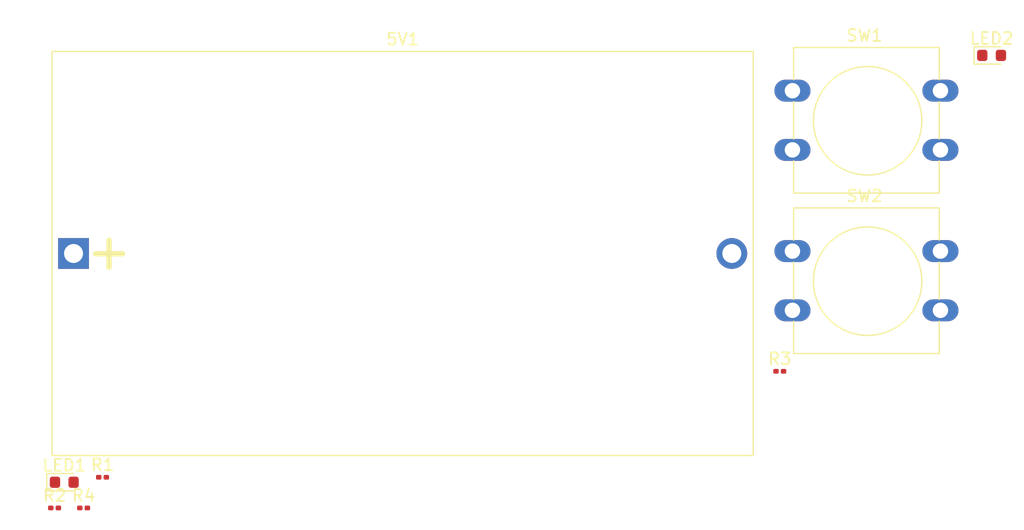
<source format=kicad_pcb>
(kicad_pcb (version 20171130) (host pcbnew 5.1.9+dfsg1-1+deb11u1)

  (general
    (thickness 1.6)
    (drawings 1)
    (tracks 0)
    (zones 0)
    (modules 9)
    (nets 11)
  )

  (page A4)
  (layers
    (0 F.Cu signal)
    (31 B.Cu signal)
    (32 B.Adhes user)
    (33 F.Adhes user)
    (34 B.Paste user)
    (35 F.Paste user)
    (36 B.SilkS user)
    (37 F.SilkS user)
    (38 B.Mask user)
    (39 F.Mask user)
    (40 Dwgs.User user)
    (41 Cmts.User user)
    (42 Eco1.User user)
    (43 Eco2.User user)
    (44 Edge.Cuts user)
    (45 Margin user)
    (46 B.CrtYd user)
    (47 F.CrtYd user)
    (48 B.Fab user)
    (49 F.Fab user)
  )

  (setup
    (last_trace_width 0.25)
    (trace_clearance 0.2)
    (zone_clearance 0.508)
    (zone_45_only no)
    (trace_min 0.2)
    (via_size 0.8)
    (via_drill 0.4)
    (via_min_size 0.4)
    (via_min_drill 0.3)
    (uvia_size 0.3)
    (uvia_drill 0.1)
    (uvias_allowed no)
    (uvia_min_size 0.2)
    (uvia_min_drill 0.1)
    (edge_width 0.05)
    (segment_width 0.2)
    (pcb_text_width 0.3)
    (pcb_text_size 1.5 1.5)
    (mod_edge_width 0.12)
    (mod_text_size 1 1)
    (mod_text_width 0.15)
    (pad_size 1.524 1.524)
    (pad_drill 0.762)
    (pad_to_mask_clearance 0)
    (aux_axis_origin 0 0)
    (visible_elements FFFFFF7F)
    (pcbplotparams
      (layerselection 0x010fc_ffffffff)
      (usegerberextensions false)
      (usegerberattributes true)
      (usegerberadvancedattributes true)
      (creategerberjobfile true)
      (excludeedgelayer true)
      (linewidth 0.100000)
      (plotframeref false)
      (viasonmask false)
      (mode 1)
      (useauxorigin false)
      (hpglpennumber 1)
      (hpglpenspeed 20)
      (hpglpendiameter 15.000000)
      (psnegative false)
      (psa4output false)
      (plotreference true)
      (plotvalue true)
      (plotinvisibletext false)
      (padsonsilk false)
      (subtractmaskfromsilk false)
      (outputformat 1)
      (mirror false)
      (drillshape 1)
      (scaleselection 1)
      (outputdirectory ""))
  )

  (net 0 "")
  (net 1 "Net-(5V1-Pad2)")
  (net 2 "Net-(5V1-Pad1)")
  (net 3 "Net-(LED1-Pad1)")
  (net 4 "Net-(LED1-Pad2)")
  (net 5 "Net-(LED2-Pad2)")
  (net 6 "Net-(LED2-Pad1)")
  (net 7 "Net-(R1-Pad2)")
  (net 8 "Net-(R2-Pad2)")
  (net 9 "Net-(R2-Pad1)")
  (net 10 "Net-(R4-Pad2)")

  (net_class Default "This is the default net class."
    (clearance 0.2)
    (trace_width 0.25)
    (via_dia 0.8)
    (via_drill 0.4)
    (uvia_dia 0.3)
    (uvia_drill 0.1)
    (add_net "Net-(5V1-Pad1)")
    (add_net "Net-(5V1-Pad2)")
    (add_net "Net-(LED1-Pad1)")
    (add_net "Net-(LED1-Pad2)")
    (add_net "Net-(LED2-Pad1)")
    (add_net "Net-(LED2-Pad2)")
    (add_net "Net-(R1-Pad2)")
    (add_net "Net-(R2-Pad1)")
    (add_net "Net-(R2-Pad2)")
    (add_net "Net-(R4-Pad2)")
  )

  (module Battery:BatteryHolder_Bulgin_BX0036_1xC (layer F.Cu) (tedit 5C0C1564) (tstamp 653A1802)
    (at 46.775001 101.345001)
    (descr "Bulgin Battery Holder, BX0036, Battery Type C (https://www.bulgin.com/products/pub/media/bulgin/data/Battery_holders.pdf)")
    (tags "Bulgin BX0036")
    (path /652FF3DC)
    (fp_text reference 5V1 (at 27.8 -18.1) (layer F.SilkS)
      (effects (font (size 1 1) (thickness 0.15)))
    )
    (fp_text value Battery (at 27.8 1) (layer F.Fab)
      (effects (font (size 1 1) (thickness 0.15)))
    )
    (fp_line (start -1.81 17.06) (end 57.41 17.06) (layer F.SilkS) (width 0.12))
    (fp_line (start -1.81 -17.06) (end 57.41 -17.06) (layer F.SilkS) (width 0.12))
    (fp_line (start 57.41 -17.06) (end 57.41 17.06) (layer F.SilkS) (width 0.12))
    (fp_line (start -1.81 -17.06) (end -1.81 17.06) (layer F.SilkS) (width 0.12))
    (fp_line (start -2.3 17.5) (end -2.3 -17.5) (layer F.CrtYd) (width 0.05))
    (fp_line (start 57.9 17.5) (end -2.3 17.5) (layer F.CrtYd) (width 0.05))
    (fp_line (start 57.9 -17.5) (end 57.9 17.5) (layer F.CrtYd) (width 0.05))
    (fp_line (start -2.3 -17.5) (end 57.9 -17.5) (layer F.CrtYd) (width 0.05))
    (fp_line (start -1.75 -17) (end 57.35 -17) (layer F.Fab) (width 0.1))
    (fp_line (start 57.35 -17) (end 57.35 17) (layer F.Fab) (width 0.1))
    (fp_line (start 57.35 17) (end -1.75 17) (layer F.Fab) (width 0.1))
    (fp_line (start -1.75 17) (end -1.75 -17) (layer F.Fab) (width 0.1))
    (fp_text user + (at 3 -0.2) (layer F.SilkS)
      (effects (font (size 3 3) (thickness 0.45)))
    )
    (fp_text user %R (at 27.8 -1) (layer F.Fab)
      (effects (font (size 1 1) (thickness 0.1)))
    )
    (pad 2 thru_hole circle (at 55.6 0) (size 2.6 2.6) (drill 1.6) (layers *.Cu *.Mask)
      (net 1 "Net-(5V1-Pad2)"))
    (pad 1 thru_hole rect (at 0 0) (size 2.6 2.6) (drill 1.6) (layers *.Cu *.Mask)
      (net 2 "Net-(5V1-Pad1)"))
    (pad "" np_thru_hole circle (at 11.9 0) (size 3.8 3.8) (drill 3.8) (layers *.Cu *.Mask))
    (pad "" np_thru_hole circle (at 43.7 0) (size 3.8 3.8) (drill 3.8) (layers *.Cu *.Mask))
    (model ${KISYS3DMOD}/Battery.3dshapes/BatteryHolder_Bulgin_BX0036_1xC.wrl
      (at (xyz 0 0 0))
      (scale (xyz 1 1 1))
      (rotate (xyz 0 0 0))
    )
  )

  (module LED_SMD:LED_0603_1608Metric (layer F.Cu) (tedit 5F68FEF1) (tstamp 653A1815)
    (at 45.995001 120.665001)
    (descr "LED SMD 0603 (1608 Metric), square (rectangular) end terminal, IPC_7351 nominal, (Body size source: http://www.tortai-tech.com/upload/download/2011102023233369053.pdf), generated with kicad-footprint-generator")
    (tags LED)
    (path /652FF3E2)
    (attr smd)
    (fp_text reference LED1 (at 0 -1.43) (layer F.SilkS)
      (effects (font (size 1 1) (thickness 0.15)))
    )
    (fp_text value RED (at 0 1.43) (layer F.Fab)
      (effects (font (size 1 1) (thickness 0.15)))
    )
    (fp_line (start 1.48 0.73) (end -1.48 0.73) (layer F.CrtYd) (width 0.05))
    (fp_line (start 1.48 -0.73) (end 1.48 0.73) (layer F.CrtYd) (width 0.05))
    (fp_line (start -1.48 -0.73) (end 1.48 -0.73) (layer F.CrtYd) (width 0.05))
    (fp_line (start -1.48 0.73) (end -1.48 -0.73) (layer F.CrtYd) (width 0.05))
    (fp_line (start -1.485 0.735) (end 0.8 0.735) (layer F.SilkS) (width 0.12))
    (fp_line (start -1.485 -0.735) (end -1.485 0.735) (layer F.SilkS) (width 0.12))
    (fp_line (start 0.8 -0.735) (end -1.485 -0.735) (layer F.SilkS) (width 0.12))
    (fp_line (start 0.8 0.4) (end 0.8 -0.4) (layer F.Fab) (width 0.1))
    (fp_line (start -0.8 0.4) (end 0.8 0.4) (layer F.Fab) (width 0.1))
    (fp_line (start -0.8 -0.1) (end -0.8 0.4) (layer F.Fab) (width 0.1))
    (fp_line (start -0.5 -0.4) (end -0.8 -0.1) (layer F.Fab) (width 0.1))
    (fp_line (start 0.8 -0.4) (end -0.5 -0.4) (layer F.Fab) (width 0.1))
    (fp_text user %R (at 0 0) (layer F.Fab)
      (effects (font (size 0.4 0.4) (thickness 0.06)))
    )
    (pad 1 smd roundrect (at -0.7875 0) (size 0.875 0.95) (layers F.Cu F.Paste F.Mask) (roundrect_rratio 0.25)
      (net 3 "Net-(LED1-Pad1)"))
    (pad 2 smd roundrect (at 0.7875 0) (size 0.875 0.95) (layers F.Cu F.Paste F.Mask) (roundrect_rratio 0.25)
      (net 4 "Net-(LED1-Pad2)"))
    (model ${KISYS3DMOD}/LED_SMD.3dshapes/LED_0603_1608Metric.wrl
      (at (xyz 0 0 0))
      (scale (xyz 1 1 1))
      (rotate (xyz 0 0 0))
    )
  )

  (module LED_SMD:LED_0603_1608Metric (layer F.Cu) (tedit 5F68FEF1) (tstamp 653A1828)
    (at 124.315001 84.615001)
    (descr "LED SMD 0603 (1608 Metric), square (rectangular) end terminal, IPC_7351 nominal, (Body size source: http://www.tortai-tech.com/upload/download/2011102023233369053.pdf), generated with kicad-footprint-generator")
    (tags LED)
    (path /6541F3B9)
    (attr smd)
    (fp_text reference LED2 (at 0 -1.43) (layer F.SilkS)
      (effects (font (size 1 1) (thickness 0.15)))
    )
    (fp_text value BLUE (at 0 1.43) (layer F.Fab)
      (effects (font (size 1 1) (thickness 0.15)))
    )
    (fp_text user %R (at 0 0) (layer F.Fab)
      (effects (font (size 0.4 0.4) (thickness 0.06)))
    )
    (fp_line (start 0.8 -0.4) (end -0.5 -0.4) (layer F.Fab) (width 0.1))
    (fp_line (start -0.5 -0.4) (end -0.8 -0.1) (layer F.Fab) (width 0.1))
    (fp_line (start -0.8 -0.1) (end -0.8 0.4) (layer F.Fab) (width 0.1))
    (fp_line (start -0.8 0.4) (end 0.8 0.4) (layer F.Fab) (width 0.1))
    (fp_line (start 0.8 0.4) (end 0.8 -0.4) (layer F.Fab) (width 0.1))
    (fp_line (start 0.8 -0.735) (end -1.485 -0.735) (layer F.SilkS) (width 0.12))
    (fp_line (start -1.485 -0.735) (end -1.485 0.735) (layer F.SilkS) (width 0.12))
    (fp_line (start -1.485 0.735) (end 0.8 0.735) (layer F.SilkS) (width 0.12))
    (fp_line (start -1.48 0.73) (end -1.48 -0.73) (layer F.CrtYd) (width 0.05))
    (fp_line (start -1.48 -0.73) (end 1.48 -0.73) (layer F.CrtYd) (width 0.05))
    (fp_line (start 1.48 -0.73) (end 1.48 0.73) (layer F.CrtYd) (width 0.05))
    (fp_line (start 1.48 0.73) (end -1.48 0.73) (layer F.CrtYd) (width 0.05))
    (pad 2 smd roundrect (at 0.7875 0) (size 0.875 0.95) (layers F.Cu F.Paste F.Mask) (roundrect_rratio 0.25)
      (net 5 "Net-(LED2-Pad2)"))
    (pad 1 smd roundrect (at -0.7875 0) (size 0.875 0.95) (layers F.Cu F.Paste F.Mask) (roundrect_rratio 0.25)
      (net 6 "Net-(LED2-Pad1)"))
    (model ${KISYS3DMOD}/LED_SMD.3dshapes/LED_0603_1608Metric.wrl
      (at (xyz 0 0 0))
      (scale (xyz 1 1 1))
      (rotate (xyz 0 0 0))
    )
  )

  (module Resistor_SMD:R_0201_0603Metric (layer F.Cu) (tedit 5F68FEEE) (tstamp 653A1839)
    (at 49.225001 120.245001)
    (descr "Resistor SMD 0201 (0603 Metric), square (rectangular) end terminal, IPC_7351 nominal, (Body size source: https://www.vishay.com/docs/20052/crcw0201e3.pdf), generated with kicad-footprint-generator")
    (tags resistor)
    (path /653C2738)
    (attr smd)
    (fp_text reference R1 (at 0 -1.05) (layer F.SilkS)
      (effects (font (size 1 1) (thickness 0.15)))
    )
    (fp_text value 220Ω (at 0 1.05) (layer F.Fab)
      (effects (font (size 1 1) (thickness 0.15)))
    )
    (fp_line (start 0.7 0.35) (end -0.7 0.35) (layer F.CrtYd) (width 0.05))
    (fp_line (start 0.7 -0.35) (end 0.7 0.35) (layer F.CrtYd) (width 0.05))
    (fp_line (start -0.7 -0.35) (end 0.7 -0.35) (layer F.CrtYd) (width 0.05))
    (fp_line (start -0.7 0.35) (end -0.7 -0.35) (layer F.CrtYd) (width 0.05))
    (fp_line (start 0.3 0.15) (end -0.3 0.15) (layer F.Fab) (width 0.1))
    (fp_line (start 0.3 -0.15) (end 0.3 0.15) (layer F.Fab) (width 0.1))
    (fp_line (start -0.3 -0.15) (end 0.3 -0.15) (layer F.Fab) (width 0.1))
    (fp_line (start -0.3 0.15) (end -0.3 -0.15) (layer F.Fab) (width 0.1))
    (fp_text user %R (at 0 -0.68) (layer F.Fab)
      (effects (font (size 0.25 0.25) (thickness 0.04)))
    )
    (pad "" smd roundrect (at -0.345 0) (size 0.318 0.36) (layers F.Paste) (roundrect_rratio 0.25))
    (pad "" smd roundrect (at 0.345 0) (size 0.318 0.36) (layers F.Paste) (roundrect_rratio 0.25))
    (pad 1 smd roundrect (at -0.32 0) (size 0.46 0.4) (layers F.Cu F.Mask) (roundrect_rratio 0.25)
      (net 1 "Net-(5V1-Pad2)"))
    (pad 2 smd roundrect (at 0.32 0) (size 0.46 0.4) (layers F.Cu F.Mask) (roundrect_rratio 0.25)
      (net 7 "Net-(R1-Pad2)"))
    (model ${KISYS3DMOD}/Resistor_SMD.3dshapes/R_0201_0603Metric.wrl
      (at (xyz 0 0 0))
      (scale (xyz 1 1 1))
      (rotate (xyz 0 0 0))
    )
  )

  (module Resistor_SMD:R_0201_0603Metric (layer F.Cu) (tedit 5F68FEEE) (tstamp 653A184A)
    (at 45.175001 122.835001)
    (descr "Resistor SMD 0201 (0603 Metric), square (rectangular) end terminal, IPC_7351 nominal, (Body size source: https://www.vishay.com/docs/20052/crcw0201e3.pdf), generated with kicad-footprint-generator")
    (tags resistor)
    (path /6545F7F5)
    (attr smd)
    (fp_text reference R2 (at 0 -1.05) (layer F.SilkS)
      (effects (font (size 1 1) (thickness 0.15)))
    )
    (fp_text value 220Ω (at 0 1.05) (layer F.Fab)
      (effects (font (size 1 1) (thickness 0.15)))
    )
    (fp_text user %R (at 0 -0.68) (layer F.Fab)
      (effects (font (size 0.25 0.25) (thickness 0.04)))
    )
    (fp_line (start -0.3 0.15) (end -0.3 -0.15) (layer F.Fab) (width 0.1))
    (fp_line (start -0.3 -0.15) (end 0.3 -0.15) (layer F.Fab) (width 0.1))
    (fp_line (start 0.3 -0.15) (end 0.3 0.15) (layer F.Fab) (width 0.1))
    (fp_line (start 0.3 0.15) (end -0.3 0.15) (layer F.Fab) (width 0.1))
    (fp_line (start -0.7 0.35) (end -0.7 -0.35) (layer F.CrtYd) (width 0.05))
    (fp_line (start -0.7 -0.35) (end 0.7 -0.35) (layer F.CrtYd) (width 0.05))
    (fp_line (start 0.7 -0.35) (end 0.7 0.35) (layer F.CrtYd) (width 0.05))
    (fp_line (start 0.7 0.35) (end -0.7 0.35) (layer F.CrtYd) (width 0.05))
    (pad 2 smd roundrect (at 0.32 0) (size 0.46 0.4) (layers F.Cu F.Mask) (roundrect_rratio 0.25)
      (net 8 "Net-(R2-Pad2)"))
    (pad 1 smd roundrect (at -0.32 0) (size 0.46 0.4) (layers F.Cu F.Mask) (roundrect_rratio 0.25)
      (net 9 "Net-(R2-Pad1)"))
    (pad "" smd roundrect (at 0.345 0) (size 0.318 0.36) (layers F.Paste) (roundrect_rratio 0.25))
    (pad "" smd roundrect (at -0.345 0) (size 0.318 0.36) (layers F.Paste) (roundrect_rratio 0.25))
    (model ${KISYS3DMOD}/Resistor_SMD.3dshapes/R_0201_0603Metric.wrl
      (at (xyz 0 0 0))
      (scale (xyz 1 1 1))
      (rotate (xyz 0 0 0))
    )
  )

  (module Resistor_SMD:R_0201_0603Metric (layer F.Cu) (tedit 5F68FEEE) (tstamp 653A185B)
    (at 106.425001 111.295001)
    (descr "Resistor SMD 0201 (0603 Metric), square (rectangular) end terminal, IPC_7351 nominal, (Body size source: https://www.vishay.com/docs/20052/crcw0201e3.pdf), generated with kicad-footprint-generator")
    (tags resistor)
    (path /654618A2)
    (attr smd)
    (fp_text reference R3 (at 0 -1.05) (layer F.SilkS)
      (effects (font (size 1 1) (thickness 0.15)))
    )
    (fp_text value 220Ω (at 0 1.05) (layer F.Fab)
      (effects (font (size 1 1) (thickness 0.15)))
    )
    (fp_line (start 0.7 0.35) (end -0.7 0.35) (layer F.CrtYd) (width 0.05))
    (fp_line (start 0.7 -0.35) (end 0.7 0.35) (layer F.CrtYd) (width 0.05))
    (fp_line (start -0.7 -0.35) (end 0.7 -0.35) (layer F.CrtYd) (width 0.05))
    (fp_line (start -0.7 0.35) (end -0.7 -0.35) (layer F.CrtYd) (width 0.05))
    (fp_line (start 0.3 0.15) (end -0.3 0.15) (layer F.Fab) (width 0.1))
    (fp_line (start 0.3 -0.15) (end 0.3 0.15) (layer F.Fab) (width 0.1))
    (fp_line (start -0.3 -0.15) (end 0.3 -0.15) (layer F.Fab) (width 0.1))
    (fp_line (start -0.3 0.15) (end -0.3 -0.15) (layer F.Fab) (width 0.1))
    (fp_text user %R (at 0 -0.68) (layer F.Fab)
      (effects (font (size 0.25 0.25) (thickness 0.04)))
    )
    (pad "" smd roundrect (at -0.345 0) (size 0.318 0.36) (layers F.Paste) (roundrect_rratio 0.25))
    (pad "" smd roundrect (at 0.345 0) (size 0.318 0.36) (layers F.Paste) (roundrect_rratio 0.25))
    (pad 1 smd roundrect (at -0.32 0) (size 0.46 0.4) (layers F.Cu F.Mask) (roundrect_rratio 0.25)
      (net 6 "Net-(LED2-Pad1)"))
    (pad 2 smd roundrect (at 0.32 0) (size 0.46 0.4) (layers F.Cu F.Mask) (roundrect_rratio 0.25)
      (net 1 "Net-(5V1-Pad2)"))
    (model ${KISYS3DMOD}/Resistor_SMD.3dshapes/R_0201_0603Metric.wrl
      (at (xyz 0 0 0))
      (scale (xyz 1 1 1))
      (rotate (xyz 0 0 0))
    )
  )

  (module Resistor_SMD:R_0201_0603Metric (layer F.Cu) (tedit 5F68FEEE) (tstamp 653A186C)
    (at 47.625001 122.835001)
    (descr "Resistor SMD 0201 (0603 Metric), square (rectangular) end terminal, IPC_7351 nominal, (Body size source: https://www.vishay.com/docs/20052/crcw0201e3.pdf), generated with kicad-footprint-generator")
    (tags resistor)
    (path /65461D3E)
    (attr smd)
    (fp_text reference R4 (at 0 -1.05) (layer F.SilkS)
      (effects (font (size 1 1) (thickness 0.15)))
    )
    (fp_text value 220Ω (at 0 1.05) (layer F.Fab)
      (effects (font (size 1 1) (thickness 0.15)))
    )
    (fp_text user %R (at 0 -0.68) (layer F.Fab)
      (effects (font (size 0.25 0.25) (thickness 0.04)))
    )
    (fp_line (start -0.3 0.15) (end -0.3 -0.15) (layer F.Fab) (width 0.1))
    (fp_line (start -0.3 -0.15) (end 0.3 -0.15) (layer F.Fab) (width 0.1))
    (fp_line (start 0.3 -0.15) (end 0.3 0.15) (layer F.Fab) (width 0.1))
    (fp_line (start 0.3 0.15) (end -0.3 0.15) (layer F.Fab) (width 0.1))
    (fp_line (start -0.7 0.35) (end -0.7 -0.35) (layer F.CrtYd) (width 0.05))
    (fp_line (start -0.7 -0.35) (end 0.7 -0.35) (layer F.CrtYd) (width 0.05))
    (fp_line (start 0.7 -0.35) (end 0.7 0.35) (layer F.CrtYd) (width 0.05))
    (fp_line (start 0.7 0.35) (end -0.7 0.35) (layer F.CrtYd) (width 0.05))
    (pad 2 smd roundrect (at 0.32 0) (size 0.46 0.4) (layers F.Cu F.Mask) (roundrect_rratio 0.25)
      (net 10 "Net-(R4-Pad2)"))
    (pad 1 smd roundrect (at -0.32 0) (size 0.46 0.4) (layers F.Cu F.Mask) (roundrect_rratio 0.25)
      (net 3 "Net-(LED1-Pad1)"))
    (pad "" smd roundrect (at 0.345 0) (size 0.318 0.36) (layers F.Paste) (roundrect_rratio 0.25))
    (pad "" smd roundrect (at -0.345 0) (size 0.318 0.36) (layers F.Paste) (roundrect_rratio 0.25))
    (model ${KISYS3DMOD}/Resistor_SMD.3dshapes/R_0201_0603Metric.wrl
      (at (xyz 0 0 0))
      (scale (xyz 1 1 1))
      (rotate (xyz 0 0 0))
    )
  )

  (module Button_Switch_THT:SW_PUSH-12mm (layer F.Cu) (tedit 5D160D14) (tstamp 653A1886)
    (at 107.495001 87.595001)
    (descr "SW PUSH 12mm https://www.e-switch.com/system/asset/product_line/data_sheet/143/TL1100.pdf")
    (tags "tact sw push 12mm")
    (path /653C2732)
    (fp_text reference SW1 (at 6.08 -4.66) (layer F.SilkS)
      (effects (font (size 1 1) (thickness 0.15)))
    )
    (fp_text value SW_Push (at 6.62 9.93) (layer F.Fab)
      (effects (font (size 1 1) (thickness 0.15)))
    )
    (fp_line (start 12.4 -3.65) (end 12.4 -0.93) (layer F.SilkS) (width 0.12))
    (fp_line (start 12.4 5.93) (end 12.4 8.65) (layer F.SilkS) (width 0.12))
    (fp_line (start 0.1 4.07) (end 0.1 0.93) (layer F.SilkS) (width 0.12))
    (fp_line (start 0.1 8.65) (end 0.1 5.93) (layer F.SilkS) (width 0.12))
    (fp_line (start 0.25 -3.5) (end 0.25 8.5) (layer F.Fab) (width 0.1))
    (fp_circle (center 6.35 2.54) (end 10.16 5.08) (layer F.SilkS) (width 0.12))
    (fp_line (start 14.25 8.75) (end -1.77 8.75) (layer F.CrtYd) (width 0.05))
    (fp_line (start 14.25 8.75) (end 14.25 -3.75) (layer F.CrtYd) (width 0.05))
    (fp_line (start -1.77 -3.75) (end -1.77 8.75) (layer F.CrtYd) (width 0.05))
    (fp_line (start -1.77 -3.75) (end 14.25 -3.75) (layer F.CrtYd) (width 0.05))
    (fp_line (start 0.1 -0.93) (end 0.1 -3.65) (layer F.SilkS) (width 0.12))
    (fp_line (start 12.4 8.65) (end 0.1 8.65) (layer F.SilkS) (width 0.12))
    (fp_line (start 12.4 0.93) (end 12.4 4.07) (layer F.SilkS) (width 0.12))
    (fp_line (start 0.1 -3.65) (end 12.4 -3.65) (layer F.SilkS) (width 0.12))
    (fp_line (start 12.25 -3.5) (end 12.25 8.5) (layer F.Fab) (width 0.1))
    (fp_line (start 0.25 -3.5) (end 12.25 -3.5) (layer F.Fab) (width 0.1))
    (fp_line (start 0.25 8.5) (end 12.25 8.5) (layer F.Fab) (width 0.1))
    (fp_text user %R (at 6.35 2.54) (layer F.Fab)
      (effects (font (size 1 1) (thickness 0.15)))
    )
    (pad 1 thru_hole oval (at 12.5 0) (size 3.048 1.85) (drill 1.3) (layers *.Cu *.Mask)
      (net 7 "Net-(R1-Pad2)"))
    (pad 2 thru_hole oval (at 12.5 5) (size 3.048 1.85) (drill 1.3) (layers *.Cu *.Mask)
      (net 2 "Net-(5V1-Pad1)"))
    (pad 1 thru_hole oval (at 0 0) (size 3.048 1.85) (drill 1.3) (layers *.Cu *.Mask)
      (net 7 "Net-(R1-Pad2)"))
    (pad 2 thru_hole oval (at 0 5) (size 3.048 1.85) (drill 1.3) (layers *.Cu *.Mask)
      (net 2 "Net-(5V1-Pad1)"))
    (model ${KISYS3DMOD}/Button_Switch_THT.3dshapes/SW_PUSH-12mm.wrl
      (at (xyz 0 0 0))
      (scale (xyz 1 1 1))
      (rotate (xyz 0 0 0))
    )
  )

  (module Button_Switch_THT:SW_PUSH-12mm (layer F.Cu) (tedit 5D160D14) (tstamp 653A18A0)
    (at 107.495001 101.145001)
    (descr "SW PUSH 12mm https://www.e-switch.com/system/asset/product_line/data_sheet/143/TL1100.pdf")
    (tags "tact sw push 12mm")
    (path /65464F53)
    (fp_text reference SW2 (at 6.08 -4.66) (layer F.SilkS)
      (effects (font (size 1 1) (thickness 0.15)))
    )
    (fp_text value SW_Push (at 6.62 9.93) (layer F.Fab)
      (effects (font (size 1 1) (thickness 0.15)))
    )
    (fp_text user %R (at 6.35 2.54) (layer F.Fab)
      (effects (font (size 1 1) (thickness 0.15)))
    )
    (fp_line (start 0.25 8.5) (end 12.25 8.5) (layer F.Fab) (width 0.1))
    (fp_line (start 0.25 -3.5) (end 12.25 -3.5) (layer F.Fab) (width 0.1))
    (fp_line (start 12.25 -3.5) (end 12.25 8.5) (layer F.Fab) (width 0.1))
    (fp_line (start 0.1 -3.65) (end 12.4 -3.65) (layer F.SilkS) (width 0.12))
    (fp_line (start 12.4 0.93) (end 12.4 4.07) (layer F.SilkS) (width 0.12))
    (fp_line (start 12.4 8.65) (end 0.1 8.65) (layer F.SilkS) (width 0.12))
    (fp_line (start 0.1 -0.93) (end 0.1 -3.65) (layer F.SilkS) (width 0.12))
    (fp_line (start -1.77 -3.75) (end 14.25 -3.75) (layer F.CrtYd) (width 0.05))
    (fp_line (start -1.77 -3.75) (end -1.77 8.75) (layer F.CrtYd) (width 0.05))
    (fp_line (start 14.25 8.75) (end 14.25 -3.75) (layer F.CrtYd) (width 0.05))
    (fp_line (start 14.25 8.75) (end -1.77 8.75) (layer F.CrtYd) (width 0.05))
    (fp_circle (center 6.35 2.54) (end 10.16 5.08) (layer F.SilkS) (width 0.12))
    (fp_line (start 0.25 -3.5) (end 0.25 8.5) (layer F.Fab) (width 0.1))
    (fp_line (start 0.1 8.65) (end 0.1 5.93) (layer F.SilkS) (width 0.12))
    (fp_line (start 0.1 4.07) (end 0.1 0.93) (layer F.SilkS) (width 0.12))
    (fp_line (start 12.4 5.93) (end 12.4 8.65) (layer F.SilkS) (width 0.12))
    (fp_line (start 12.4 -3.65) (end 12.4 -0.93) (layer F.SilkS) (width 0.12))
    (pad 2 thru_hole oval (at 0 5) (size 3.048 1.85) (drill 1.3) (layers *.Cu *.Mask)
      (net 2 "Net-(5V1-Pad1)"))
    (pad 1 thru_hole oval (at 0 0) (size 3.048 1.85) (drill 1.3) (layers *.Cu *.Mask)
      (net 8 "Net-(R2-Pad2)"))
    (pad 2 thru_hole oval (at 12.5 5) (size 3.048 1.85) (drill 1.3) (layers *.Cu *.Mask)
      (net 2 "Net-(5V1-Pad1)"))
    (pad 1 thru_hole oval (at 12.5 0) (size 3.048 1.85) (drill 1.3) (layers *.Cu *.Mask)
      (net 8 "Net-(R2-Pad2)"))
    (model ${KISYS3DMOD}/Button_Switch_THT.3dshapes/SW_PUSH-12mm.wrl
      (at (xyz 0 0 0))
      (scale (xyz 1 1 1))
      (rotate (xyz 0 0 0))
    )
  )

  (gr_line (start 40.64 80.01) (end 127 80.01) (layer Dwgs.User) (width 0.15))

)

</source>
